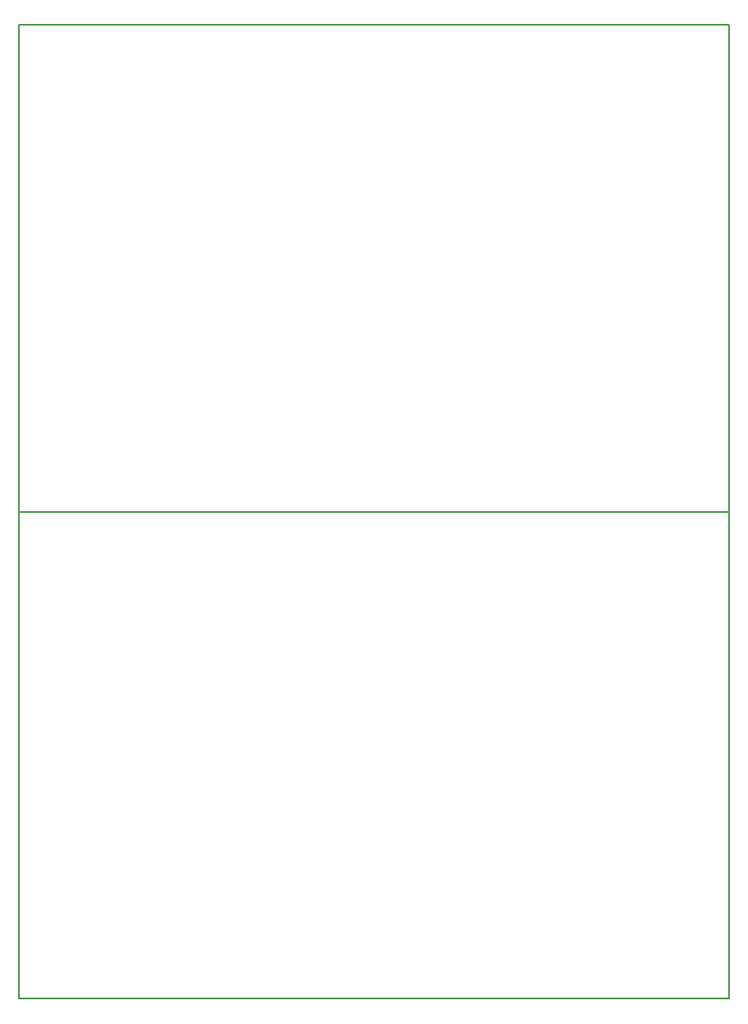
<source format=gbr>
G04 #@! TF.GenerationSoftware,KiCad,Pcbnew,5.0.1*
G04 #@! TF.CreationDate,2019-02-10T14:23:21-05:00*
G04 #@! TF.ProjectId,12V-SmartSwitch_2panel,3132562D536D6172745377697463685F,rev?*
G04 #@! TF.SameCoordinates,Original*
G04 #@! TF.FileFunction,Profile,NP*
%FSLAX46Y46*%
G04 Gerber Fmt 4.6, Leading zero omitted, Abs format (unit mm)*
G04 Created by KiCad (PCBNEW 5.0.1) date Sun 10 Feb 2019 02:23:21 PM EST*
%MOMM*%
%LPD*%
G01*
G04 APERTURE LIST*
%ADD10C,0.200000*%
G04 APERTURE END LIST*
D10*
X120000000Y-31000000D02*
X193000000Y-31000000D01*
X120000000Y-81000000D02*
X120000000Y-31000000D01*
X193000000Y-81000000D02*
X120000000Y-81000000D01*
X193000000Y-31000000D02*
X193000000Y-81000000D01*
X120000000Y-81000000D02*
X193000000Y-81000000D01*
X120000000Y-131000000D02*
X120000000Y-81000000D01*
X193000000Y-131000000D02*
X120000000Y-131000000D01*
X193000000Y-81000000D02*
X193000000Y-131000000D01*
M02*

</source>
